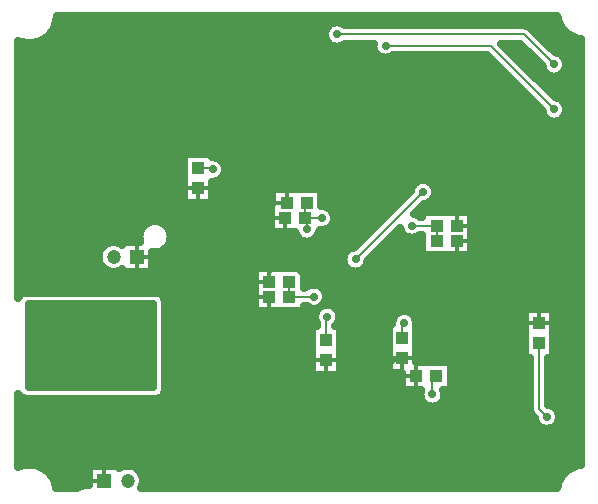
<source format=gbr>
G04 DipTrace 3.2.0.0*
G04 gimbalboard2_Bottom.gbr*
%MOMM*%
G04 #@! TF.FileFunction,Copper,L2,Bot*
G04 #@! TF.Part,Single*
G04 #@! TA.AperFunction,Conductor*
%ADD13C,0.2*%
G04 #@! TA.AperFunction,CopperBalancing*
%ADD17C,0.635*%
%ADD18C,0.33*%
%ADD21R,1.1X1.0*%
%ADD22R,1.0X1.1*%
G04 #@! TA.AperFunction,ComponentPad*
%ADD30R,1.2X1.2*%
%ADD31C,1.2*%
G04 #@! TA.AperFunction,ViaPad*
%ADD46C,0.7*%
%FSLAX35Y35*%
G04*
G71*
G90*
G75*
G01*
G04 Bottom*
%LPD*%
X-4159250Y444500D2*
D13*
X-4170500Y455750D1*
X-4286250D1*
X-2265500Y-31750D2*
Y-158750D1*
X-3513000Y-508000D2*
Y-635000D1*
X-3365500Y158750D2*
X-3376750Y147500D1*
Y31750D1*
X-3238500D1*
X-3376750D2*
X-3365500Y20500D1*
Y-63500D1*
X-3304000Y-631750D2*
Y-635000D1*
X-3513000D1*
X-2476500Y-31750D2*
X-2265500D1*
X-2540000Y-857250D2*
X-2555000D1*
Y-985000D1*
X-3192500Y-802500D2*
X-3200000Y-810000D1*
Y-1000000D1*
X-4476750Y1079500D2*
X-4445000Y1111250D1*
X-4191000D1*
X-3714750Y1079500D2*
X-3524250D1*
X-3340500Y-520500D2*
X-3457000Y-404000D1*
X-3650000D1*
X-3683000Y-437000D1*
Y-508000D1*
X-3282000Y-858000D2*
X-3324000Y-900000D1*
Y-1181000D1*
X-3313000Y-1170000D1*
X-3200000D1*
X-2651123Y-1174750D2*
X-2555000D1*
Y-1155000D1*
X-1952623Y-15873D2*
X-1968500Y-31750D1*
X-2095500D1*
X-3429000Y365127D2*
X-3535500Y258627D1*
Y158750D1*
X-1270000Y952500D2*
X-1809750Y1492250D1*
X-2698750D1*
X-1270000Y1333500D2*
X-1524000Y1587500D1*
X-3111500D1*
X-2301873Y-1460500D2*
Y-1302000D1*
X-2269000D1*
X-1333500Y-1651000D2*
X-1397000Y-1587500D1*
Y-1027250D1*
X-2381250Y254000D2*
X-2952750Y-317500D1*
D46*
X-3238500Y31750D3*
X-3365500Y-63500D3*
X-3304000Y-631750D3*
X-2476500Y-31750D3*
X-2540000Y-857250D3*
X-3192500Y-802500D3*
X-3238500Y31750D3*
X-4476750Y1079500D3*
X-3714750D3*
X-3340500Y-520500D3*
X-3282000Y-858000D3*
X-2651123Y-1174750D3*
X-1952623Y-15873D3*
X-3429000Y365127D3*
X-1270000Y952500D3*
X-2698750Y1492250D3*
X-1270000Y1333500D3*
X-3111500Y1587500D3*
X-2381250Y254000D3*
X-2952750Y-317500D3*
X-2095500Y1158877D3*
X-2111373Y-1603373D3*
X-5699123Y142877D3*
X-5175250Y190500D3*
X-4254500Y-2079623D3*
X-3746500D3*
X-1254123Y285750D3*
X-4254500Y-317500D3*
X-5746750Y-523873D3*
X-4540250Y-508000D3*
Y-857250D3*
Y-1206500D3*
Y-1555750D3*
X-1333500Y-1651000D3*
X-2301873Y-1460500D3*
X-4159250Y444500D3*
X-5524500Y-730250D3*
Y-857250D3*
Y-984250D3*
Y-1111250D3*
Y-1238250D3*
Y-1365250D3*
X-5683250D3*
Y-1238250D3*
Y-1111250D3*
Y-984250D3*
Y-857250D3*
Y-730250D3*
X-4699000D3*
Y-857250D3*
Y-984250D3*
Y-1111250D3*
Y-1238250D3*
Y-1365250D3*
X-3873500Y-31750D3*
Y317500D3*
X-1301750Y-1397000D3*
X-1127123Y-31750D3*
X-1270000Y1206500D3*
X-3111500Y365127D3*
X-5708603Y-761667D2*
D17*
X-4673583D1*
X-5708603Y-824833D2*
X-4673583D1*
X-5708603Y-888000D2*
X-4673583D1*
X-5708603Y-951167D2*
X-4673583D1*
X-5708603Y-1014333D2*
X-4673583D1*
X-5708603Y-1077500D2*
X-4673583D1*
X-5708603Y-1140667D2*
X-4673583D1*
X-5708603Y-1203833D2*
X-4673583D1*
X-5708603Y-1267000D2*
X-4673583D1*
X-5708603Y-1330167D2*
X-4673583D1*
X-5708603Y-1393333D2*
X-4673583D1*
X-4667310Y-698500D2*
X-5714940D1*
X-5715000Y-1397053D1*
X-4667310Y-1397000D1*
X-4667250Y-698580D1*
X-5485300Y1683083D2*
X-3154277D1*
X-3068750D2*
X-1234107D1*
X-5513920Y1619917D2*
X-3214887D1*
X-1440793D2*
X-1192270D1*
X-5574623Y1556750D2*
X-3215433D1*
X-1377630D2*
X-1092467D1*
X-5803853Y1493583D2*
X-3158377D1*
X-3064650D2*
X-2807373D1*
X-1695457D2*
X-1545733D1*
X-1314467D2*
X-1054093D1*
X-5803853Y1430417D2*
X-2786593D1*
X-1632293D2*
X-1482570D1*
X-1230977D2*
X-1054093D1*
X-5803853Y1367250D2*
X-1800397D1*
X-1569127D2*
X-1419407D1*
X-1167083D2*
X-1054093D1*
X-5803853Y1304083D2*
X-1737230D1*
X-1505963D2*
X-1374290D1*
X-1165717D2*
X-1054093D1*
X-5803853Y1240917D2*
X-1674067D1*
X-1442800D2*
X-1319873D1*
X-1220130D2*
X-1054093D1*
X-5803853Y1177750D2*
X-1610903D1*
X-1379637D2*
X-1054093D1*
X-5803853Y1114583D2*
X-1547740D1*
X-1316470D2*
X-1054093D1*
X-5803853Y1051417D2*
X-1484577D1*
X-1237630D2*
X-1054093D1*
X-5803853Y988250D2*
X-1421410D1*
X-1167813D2*
X-1054093D1*
X-5803853Y925083D2*
X-1374927D1*
X-1165080D2*
X-1054093D1*
X-5803853Y861917D2*
X-1323887D1*
X-1216120D2*
X-1054093D1*
X-5803853Y798750D2*
X-1054093D1*
X-5803853Y735583D2*
X-1054093D1*
X-5803853Y672417D2*
X-1054093D1*
X-5803853Y609250D2*
X-1054093D1*
X-5803853Y546083D2*
X-4409900D1*
X-4140900D2*
X-1054093D1*
X-5803853Y482917D2*
X-4409900D1*
X-4058137D2*
X-1054093D1*
X-5803853Y419750D2*
X-4409900D1*
X-4053673D2*
X-1054093D1*
X-5803853Y356583D2*
X-4409900D1*
X-4100613D2*
X-1054093D1*
X-5803853Y293417D2*
X-4409900D1*
X-4162590D2*
X-2481983D1*
X-2280520D2*
X-1054093D1*
X-5803853Y230250D2*
X-4409900D1*
X-4162590D2*
X-3664147D1*
X-3236823D2*
X-2520630D1*
X-2275417D2*
X-1054093D1*
X-5803853Y167083D2*
X-4409900D1*
X-4162590D2*
X-3664147D1*
X-3236823D2*
X-2583793D1*
X-2320990D2*
X-1054093D1*
X-5803853Y103917D2*
X-3675357D1*
X-3159623D2*
X-2646957D1*
X-2415690D2*
X-1054093D1*
X-5803853Y40750D2*
X-3675357D1*
X-3130273D2*
X-2710123D1*
X-1966887D2*
X-1054093D1*
X-5803853Y-22417D2*
X-4739210D1*
X-4560717D2*
X-3675357D1*
X-3145403D2*
X-2773287D1*
X-1966887D2*
X-1054093D1*
X-5803853Y-85583D2*
X-4782323D1*
X-4517697D2*
X-3471737D1*
X-3259247D2*
X-2836450D1*
X-2605183D2*
X-2569850D1*
X-1966887D2*
X-1054093D1*
X-5803853Y-148750D2*
X-4786333D1*
X-4513687D2*
X-3428350D1*
X-3302630D2*
X-2899613D1*
X-2668347D2*
X-2394120D1*
X-1966887D2*
X-1054093D1*
X-5803853Y-211917D2*
X-5102610D1*
X-4543947D2*
X-2962780D1*
X-2731510D2*
X-2394120D1*
X-1966887D2*
X-1054093D1*
X-5803853Y-275083D2*
X-5132050D1*
X-4666353D2*
X-3052193D1*
X-2794673D2*
X-2394120D1*
X-1966887D2*
X-1054093D1*
X-5803853Y-338250D2*
X-5126123D1*
X-4666353D2*
X-3059303D1*
X-2846263D2*
X-1054093D1*
X-5803853Y-401417D2*
X-5076540D1*
X-4666353D2*
X-3811620D1*
X-3384387D2*
X-3017557D1*
X-2887917D2*
X-1054093D1*
X-5803853Y-464583D2*
X-3811620D1*
X-3384387D2*
X-1054093D1*
X-5803853Y-527750D2*
X-3811620D1*
X-3384387D2*
X-1054093D1*
X-5803853Y-590917D2*
X-3811620D1*
X-3203830D2*
X-1054093D1*
X-4563087Y-654083D2*
X-3811620D1*
X-3197813D2*
X-1054093D1*
X-4561900Y-717250D2*
X-3811620D1*
X-3129637D2*
X-1054093D1*
X-4561900Y-780417D2*
X-3298743D1*
X-3086250D2*
X-2613873D1*
X-2466093D2*
X-1520670D1*
X-1273360D2*
X-1054093D1*
X-4561900Y-843583D2*
X-3292543D1*
X-3092447D2*
X-2647687D1*
X-2432280D2*
X-1520670D1*
X-1273360D2*
X-1054093D1*
X-4561900Y-906750D2*
X-3323623D1*
X-3076317D2*
X-2678677D1*
X-2431367D2*
X-1520670D1*
X-1273360D2*
X-1054093D1*
X-4561900Y-969917D2*
X-3323623D1*
X-3076317D2*
X-2678677D1*
X-2431367D2*
X-1520670D1*
X-1273360D2*
X-1054093D1*
X-4561900Y-1033083D2*
X-3323623D1*
X-3076317D2*
X-2678677D1*
X-2431367D2*
X-1520670D1*
X-1273360D2*
X-1054093D1*
X-4561900Y-1096250D2*
X-3323623D1*
X-3076317D2*
X-2678677D1*
X-2431367D2*
X-1520670D1*
X-1273360D2*
X-1054093D1*
X-4561900Y-1159417D2*
X-3323623D1*
X-3076317D2*
X-2678677D1*
X-2431367D2*
X-1480657D1*
X-1313373D2*
X-1054093D1*
X-4561900Y-1222583D2*
X-3323623D1*
X-3076317D2*
X-2678677D1*
X-2140340D2*
X-1480657D1*
X-1313373D2*
X-1054093D1*
X-4561900Y-1285750D2*
X-3323623D1*
X-3076317D2*
X-2567660D1*
X-2140340D2*
X-1480657D1*
X-1313373D2*
X-1054093D1*
X-4561900Y-1348917D2*
X-2567660D1*
X-2140340D2*
X-1480657D1*
X-1313373D2*
X-1054093D1*
X-4561900Y-1412083D2*
X-2567660D1*
X-2140340D2*
X-1480657D1*
X-1313373D2*
X-1054093D1*
X-4580497Y-1475250D2*
X-2409433D1*
X-2194297D2*
X-1480657D1*
X-1313373D2*
X-1054093D1*
X-5803853Y-1538417D2*
X-2374523D1*
X-2229207D2*
X-1480657D1*
X-1313373D2*
X-1054093D1*
X-5803853Y-1601583D2*
X-1479380D1*
X-1237630D2*
X-1054093D1*
X-5803853Y-1664750D2*
X-1441190D1*
X-1225780D2*
X-1054093D1*
X-5803853Y-1727917D2*
X-1407283D1*
X-1259687D2*
X-1054093D1*
X-5803853Y-1791083D2*
X-1054093D1*
X-5803853Y-1854250D2*
X-1054093D1*
X-5803853Y-1917417D2*
X-1054093D1*
X-5803853Y-1980583D2*
X-1054093D1*
X-5803853Y-2043750D2*
X-1054093D1*
X-5561043Y-2106917D2*
X-5213623D1*
X-4777827D2*
X-1169940D1*
X-5507630Y-2170083D2*
X-5213623D1*
X-4748020D2*
X-1223443D1*
X-5482657Y-2233250D2*
X-5270863D1*
X-4753673D2*
X-1248327D1*
X-3464457Y276040D2*
X-3243210D1*
Y133943D1*
X-3230473Y133723D1*
X-3214620Y131213D1*
X-3199357Y126253D1*
X-3185053Y118967D1*
X-3172067Y109533D1*
X-3160717Y98183D1*
X-3151283Y85197D1*
X-3143997Y70893D1*
X-3139037Y55630D1*
X-3136527Y39777D1*
Y23723D1*
X-3139037Y7870D1*
X-3143997Y-7393D1*
X-3151283Y-21697D1*
X-3160717Y-34683D1*
X-3172067Y-46033D1*
X-3185053Y-55467D1*
X-3199357Y-62753D1*
X-3214620Y-67713D1*
X-3230473Y-70223D1*
X-3246527D1*
X-3254470Y-69283D1*
X-3254460Y-85540D1*
X-3265670D1*
X-3270997Y-102643D1*
X-3278283Y-116947D1*
X-3287717Y-129933D1*
X-3299067Y-141283D1*
X-3312053Y-150717D1*
X-3326357Y-158003D1*
X-3341620Y-162963D1*
X-3357473Y-165473D1*
X-3373527D1*
X-3389380Y-162963D1*
X-3404643Y-158003D1*
X-3418947Y-150717D1*
X-3431933Y-141283D1*
X-3443283Y-129933D1*
X-3452717Y-116947D1*
X-3460003Y-102643D1*
X-3465323Y-85563D1*
X-3669040Y-85540D1*
Y149040D1*
X-3657793D1*
X-3657790Y276040D1*
X-3464457D1*
X-3293957Y-877710D2*
X-3277277D1*
X-3277290Y-859727D1*
X-3283640Y-848940D1*
X-3289783Y-834110D1*
X-3293530Y-818503D1*
X-3294790Y-802500D1*
X-3293530Y-786497D1*
X-3289783Y-770890D1*
X-3283640Y-756060D1*
X-3275253Y-742377D1*
X-3264830Y-730170D1*
X-3254670Y-721357D1*
X-3272390Y-729033D1*
X-3287997Y-732780D1*
X-3304000Y-734040D1*
X-3320003Y-732780D1*
X-3335610Y-729033D1*
X-3350440Y-722890D1*
X-3364123Y-714503D1*
X-3366910Y-712310D1*
X-3390680Y-712290D1*
X-3390710Y-752290D1*
X-3805290D1*
Y-390710D1*
X-3390710D1*
Y-557723D1*
X-3370433Y-553967D1*
X-3357447Y-544533D1*
X-3343143Y-537247D1*
X-3327880Y-532287D1*
X-3312027Y-529777D1*
X-3295973D1*
X-3280120Y-532287D1*
X-3264857Y-537247D1*
X-3250553Y-544533D1*
X-3237567Y-553967D1*
X-3226217Y-565317D1*
X-3216783Y-578303D1*
X-3209497Y-592607D1*
X-3204537Y-607870D1*
X-3202027Y-623723D1*
Y-639777D1*
X-3204537Y-655630D1*
X-3209497Y-670893D1*
X-3216783Y-685197D1*
X-3226217Y-698183D1*
X-3237567Y-709533D1*
X-3241830Y-712893D1*
X-3224110Y-705217D1*
X-3208503Y-701470D1*
X-3192500Y-700210D1*
X-3176497Y-701470D1*
X-3160890Y-705217D1*
X-3146060Y-711360D1*
X-3132377Y-719747D1*
X-3120170Y-730170D1*
X-3109747Y-742377D1*
X-3101360Y-756060D1*
X-3095217Y-770890D1*
X-3091470Y-786497D1*
X-3090210Y-802500D1*
X-3091470Y-818503D1*
X-3095217Y-834110D1*
X-3101360Y-848940D1*
X-3109747Y-862623D1*
X-3120170Y-874830D1*
X-3122727Y-877193D1*
X-3082710Y-877710D1*
Y-1292290D1*
X-3317290D1*
Y-877710D1*
X-3293957D1*
X-2213123Y85540D2*
X-1973210D1*
Y-276040D1*
X-2387790D1*
Y-109027D1*
X-2410067Y-109533D1*
X-2423053Y-118967D1*
X-2437357Y-126253D1*
X-2452620Y-131213D1*
X-2468473Y-133723D1*
X-2484527D1*
X-2500380Y-131213D1*
X-2515643Y-126253D1*
X-2529947Y-118967D1*
X-2542933Y-109533D1*
X-2554283Y-98183D1*
X-2563717Y-85197D1*
X-2571003Y-70893D1*
X-2575963Y-55630D1*
X-2576900Y-50920D1*
X-2850777Y-325527D1*
X-2853287Y-341380D1*
X-2858247Y-356643D1*
X-2865533Y-370947D1*
X-2874967Y-383933D1*
X-2886317Y-395283D1*
X-2899303Y-404717D1*
X-2913607Y-412003D1*
X-2928870Y-416963D1*
X-2944723Y-419473D1*
X-2960777D1*
X-2976630Y-416963D1*
X-2991893Y-412003D1*
X-3006197Y-404717D1*
X-3019183Y-395283D1*
X-3030533Y-383933D1*
X-3039967Y-370947D1*
X-3047253Y-356643D1*
X-3052213Y-341380D1*
X-3054723Y-325527D1*
Y-309473D1*
X-3052213Y-293620D1*
X-3047253Y-278357D1*
X-3039967Y-264053D1*
X-3030533Y-251067D1*
X-3019183Y-239717D1*
X-3006197Y-230283D1*
X-2991893Y-222997D1*
X-2976630Y-218037D1*
X-2960053Y-215497D1*
X-2483223Y262027D1*
X-2480713Y277880D1*
X-2475753Y293143D1*
X-2468467Y307447D1*
X-2459033Y320433D1*
X-2447683Y331783D1*
X-2434697Y341217D1*
X-2420393Y348503D1*
X-2405130Y353463D1*
X-2389277Y355973D1*
X-2373223D1*
X-2357370Y353463D1*
X-2342107Y348503D1*
X-2327803Y341217D1*
X-2314817Y331783D1*
X-2303467Y320433D1*
X-2294033Y307447D1*
X-2286747Y293143D1*
X-2281787Y277880D1*
X-2279277Y262027D1*
Y245973D1*
X-2281787Y230120D1*
X-2286747Y214857D1*
X-2294033Y200553D1*
X-2303467Y187567D1*
X-2314817Y176217D1*
X-2327803Y166783D1*
X-2342107Y159497D1*
X-2357370Y154537D1*
X-2373947Y151997D1*
X-2457237Y68707D1*
X-2444890Y65533D1*
X-2430060Y59390D1*
X-2416377Y51003D1*
X-2409537Y45543D1*
X-2387817Y45540D1*
X-2387790Y85540D1*
X-2213123D1*
X-2648957Y-862710D2*
X-2642120D1*
X-2641973Y-849223D1*
X-2639463Y-833370D1*
X-2634503Y-818107D1*
X-2627217Y-803803D1*
X-2617783Y-790817D1*
X-2606433Y-779467D1*
X-2593447Y-770033D1*
X-2579143Y-762747D1*
X-2563880Y-757787D1*
X-2548027Y-755277D1*
X-2531973D1*
X-2516120Y-757787D1*
X-2500857Y-762747D1*
X-2486553Y-770033D1*
X-2473567Y-779467D1*
X-2462217Y-790817D1*
X-2452783Y-803803D1*
X-2445497Y-818107D1*
X-2440537Y-833370D1*
X-2438027Y-849223D1*
X-2437710Y-862710D1*
Y-1184723D1*
X-2146710Y-1184710D1*
Y-1419290D1*
X-2208233D1*
X-2202410Y-1436620D1*
X-2199900Y-1452473D1*
Y-1468527D1*
X-2202410Y-1484380D1*
X-2207370Y-1499643D1*
X-2214657Y-1513947D1*
X-2224090Y-1526933D1*
X-2235440Y-1538283D1*
X-2248427Y-1547717D1*
X-2262730Y-1555003D1*
X-2277993Y-1559963D1*
X-2293847Y-1562473D1*
X-2309900D1*
X-2325753Y-1559963D1*
X-2341017Y-1555003D1*
X-2355320Y-1547717D1*
X-2368307Y-1538283D1*
X-2379657Y-1526933D1*
X-2389090Y-1513947D1*
X-2396377Y-1499643D1*
X-2401337Y-1484380D1*
X-2403847Y-1468527D1*
Y-1452473D1*
X-2401337Y-1436620D1*
X-2395417Y-1419277D1*
X-2561290Y-1419290D1*
Y-1277303D1*
X-2672290Y-1277290D1*
Y-862710D1*
X-2648957D1*
X-4168960Y333463D2*
Y163460D1*
X-4403540D1*
Y578040D1*
X-4168960D1*
Y546413D1*
X-4151223Y546473D1*
X-4135370Y543963D1*
X-4120107Y539003D1*
X-4105803Y531717D1*
X-4092817Y522283D1*
X-4081467Y510933D1*
X-4072033Y497947D1*
X-4064747Y483643D1*
X-4059787Y468380D1*
X-4057277Y452527D1*
Y436473D1*
X-4059787Y420620D1*
X-4064747Y405357D1*
X-4072033Y391053D1*
X-4081467Y378067D1*
X-4092817Y366717D1*
X-4105803Y357283D1*
X-4120107Y349997D1*
X-4135370Y345037D1*
X-4151223Y342527D1*
X-4168990Y342727D1*
X-4169050Y333460D1*
X-5202623Y-2063460D2*
X-4952710D1*
Y-2086267D1*
X-4937790Y-2077333D1*
X-4919333Y-2069690D1*
X-4899913Y-2065027D1*
X-4880000Y-2063460D1*
X-4860087Y-2065027D1*
X-4840667Y-2069690D1*
X-4822210Y-2077333D1*
X-4805180Y-2087770D1*
X-4789993Y-2100743D1*
X-4777020Y-2115930D1*
X-4766583Y-2132960D1*
X-4758940Y-2151417D1*
X-4754277Y-2170837D1*
X-4752710Y-2190750D1*
X-4754277Y-2210663D1*
X-4758940Y-2230083D1*
X-4766583Y-2248540D1*
X-4769770Y-2254227D1*
X-1245970Y-2254250D1*
X-1241670Y-2231820D1*
X-1236723Y-2214283D1*
X-1230417Y-2197187D1*
X-1222787Y-2180637D1*
X-1213883Y-2164737D1*
X-1203760Y-2149583D1*
X-1192477Y-2135273D1*
X-1180107Y-2121893D1*
X-1166727Y-2109523D1*
X-1152417Y-2098240D1*
X-1137263Y-2088117D1*
X-1121363Y-2079213D1*
X-1104813Y-2071583D1*
X-1087717Y-2065277D1*
X-1070180Y-2060330D1*
X-1047710Y-2056230D1*
X-1047750Y1548050D1*
X-1070180Y1552330D1*
X-1087717Y1557277D1*
X-1104813Y1563583D1*
X-1121363Y1571213D1*
X-1137263Y1580117D1*
X-1152417Y1590240D1*
X-1166727Y1601523D1*
X-1180107Y1613893D1*
X-1192477Y1627273D1*
X-1203760Y1641583D1*
X-1213883Y1656737D1*
X-1222787Y1672637D1*
X-1230417Y1689187D1*
X-1236723Y1706283D1*
X-1241670Y1723820D1*
X-1245770Y1746290D1*
X-5482967Y1746250D1*
X-5483633Y1728040D1*
X-5485773Y1709943D1*
X-5489330Y1692070D1*
X-5494277Y1674533D1*
X-5500583Y1657437D1*
X-5508213Y1640887D1*
X-5517117Y1624987D1*
X-5527240Y1609833D1*
X-5538523Y1595523D1*
X-5550893Y1582143D1*
X-5564273Y1569773D1*
X-5578583Y1558490D1*
X-5593737Y1548367D1*
X-5609637Y1539463D1*
X-5626187Y1531833D1*
X-5643283Y1525527D1*
X-5660820Y1520580D1*
X-5678693Y1517023D1*
X-5696790Y1514883D1*
X-5715000Y1514167D1*
X-5733210Y1514883D1*
X-5751307Y1517023D1*
X-5769180Y1520580D1*
X-5786717Y1525527D1*
X-5810213Y1534783D1*
X-5810250Y-644567D1*
X-5804123Y-631590D1*
X-5797917Y-623050D1*
X-5790450Y-615583D1*
X-5781910Y-609377D1*
X-5772500Y-604583D1*
X-5762460Y-601320D1*
X-5752030Y-599667D1*
X-5466750Y-599460D1*
X-4630220Y-599667D1*
X-4619790Y-601320D1*
X-4609750Y-604583D1*
X-4600340Y-609377D1*
X-4591800Y-615583D1*
X-4584333Y-623050D1*
X-4578127Y-631590D1*
X-4573333Y-641000D1*
X-4570070Y-651040D1*
X-4568417Y-661470D1*
X-4568210Y-946750D1*
X-4568417Y-1434030D1*
X-4570070Y-1444460D1*
X-4573333Y-1454500D1*
X-4578127Y-1463910D1*
X-4584333Y-1472450D1*
X-4591800Y-1479917D1*
X-4600340Y-1486123D1*
X-4609750Y-1490917D1*
X-4619790Y-1494180D1*
X-4630220Y-1495833D1*
X-4915500Y-1496040D1*
X-5752030Y-1495833D1*
X-5762460Y-1494180D1*
X-5772500Y-1490917D1*
X-5781910Y-1486123D1*
X-5790450Y-1479917D1*
X-5797917Y-1472450D1*
X-5804123Y-1463910D1*
X-5808927Y-1454480D1*
X-5810250Y-1465333D1*
Y-2074280D1*
X-5786717Y-2065277D1*
X-5769180Y-2060330D1*
X-5751307Y-2056773D1*
X-5733210Y-2054633D1*
X-5715000Y-2053917D1*
X-5696790Y-2054633D1*
X-5678693Y-2056773D1*
X-5660820Y-2060330D1*
X-5643283Y-2065277D1*
X-5626187Y-2071583D1*
X-5609637Y-2079213D1*
X-5593737Y-2088117D1*
X-5578583Y-2098240D1*
X-5564273Y-2109523D1*
X-5550893Y-2121893D1*
X-5538523Y-2135273D1*
X-5527240Y-2149583D1*
X-5517117Y-2164737D1*
X-5508213Y-2180637D1*
X-5500583Y-2197187D1*
X-5494277Y-2214283D1*
X-5489330Y-2231820D1*
X-5485230Y-2254290D1*
X-5307637Y-2253893D1*
X-5289963Y-2243063D1*
X-5270817Y-2235130D1*
X-5250663Y-2230293D1*
X-5230000Y-2228667D1*
X-5209337Y-2230293D1*
X-5207310Y-2230697D1*
X-5207290Y-2063460D1*
X-5202623D1*
X-4922623Y-167960D2*
X-4774983D1*
X-4780457Y-145913D1*
X-4782083Y-125250D1*
X-4780457Y-104587D1*
X-4775620Y-84433D1*
X-4767687Y-65287D1*
X-4756857Y-47613D1*
X-4743397Y-31853D1*
X-4727637Y-18393D1*
X-4709963Y-7563D1*
X-4690817Y370D1*
X-4670663Y5207D1*
X-4650000Y6833D1*
X-4629337Y5207D1*
X-4609183Y370D1*
X-4590037Y-7563D1*
X-4572363Y-18393D1*
X-4556603Y-31853D1*
X-4543143Y-47613D1*
X-4532313Y-65287D1*
X-4524380Y-84433D1*
X-4519543Y-104587D1*
X-4517917Y-125250D1*
X-4519543Y-145913D1*
X-4524380Y-166067D1*
X-4532313Y-185213D1*
X-4543143Y-202887D1*
X-4556603Y-218647D1*
X-4572363Y-232107D1*
X-4590037Y-242937D1*
X-4609183Y-250870D1*
X-4629337Y-255707D1*
X-4650000Y-257333D1*
X-4670663Y-255707D1*
X-4672690Y-255303D1*
X-4672710Y-422540D1*
X-4927290D1*
Y-399737D1*
X-4942210Y-408667D1*
X-4960667Y-416310D1*
X-4980087Y-420973D1*
X-5000000Y-422540D1*
X-5019913Y-420973D1*
X-5039333Y-416310D1*
X-5057790Y-408667D1*
X-5074820Y-398230D1*
X-5090007Y-385257D1*
X-5102980Y-370070D1*
X-5113417Y-353040D1*
X-5121060Y-334583D1*
X-5125723Y-315163D1*
X-5127290Y-295250D1*
X-5125723Y-275337D1*
X-5121060Y-255917D1*
X-5113417Y-237460D1*
X-5102980Y-220430D1*
X-5090007Y-205243D1*
X-5074820Y-192270D1*
X-5057790Y-181833D1*
X-5039333Y-174190D1*
X-5019913Y-169527D1*
X-5000000Y-167960D1*
X-4980087Y-169527D1*
X-4960667Y-174190D1*
X-4942210Y-181833D1*
X-4927290Y-190860D1*
Y-167960D1*
X-4922623D1*
X-1509623Y-734960D2*
X-1279710D1*
Y-1149540D1*
X-1319723D1*
X-1319710Y-1549607D1*
X-1301890Y-1553717D1*
X-1287060Y-1559860D1*
X-1273377Y-1568247D1*
X-1261170Y-1578670D1*
X-1250747Y-1590877D1*
X-1242360Y-1604560D1*
X-1236217Y-1619390D1*
X-1232470Y-1634997D1*
X-1231210Y-1651000D1*
X-1232470Y-1667003D1*
X-1236217Y-1682610D1*
X-1242360Y-1697440D1*
X-1250747Y-1711123D1*
X-1261170Y-1723330D1*
X-1273377Y-1733753D1*
X-1287060Y-1742140D1*
X-1301890Y-1748283D1*
X-1317497Y-1752030D1*
X-1333500Y-1753290D1*
X-1349503Y-1752030D1*
X-1365110Y-1748283D1*
X-1379940Y-1742140D1*
X-1393623Y-1733753D1*
X-1405830Y-1723330D1*
X-1416253Y-1711123D1*
X-1424640Y-1697440D1*
X-1430783Y-1682610D1*
X-1434530Y-1667003D1*
X-1435503Y-1658303D1*
X-1455773Y-1637697D1*
X-1462900Y-1627883D1*
X-1468407Y-1617077D1*
X-1472153Y-1605543D1*
X-1474053Y-1593563D1*
X-1474290Y-1400833D1*
Y-1149543D1*
X-1514290Y-1149540D1*
Y-734960D1*
X-1509623D1*
X-3243233Y133853D2*
X-3230473Y133723D1*
X-3214620Y131213D1*
X-3199357Y126253D1*
X-3185053Y118967D1*
X-3172067Y109533D1*
X-3160717Y98183D1*
X-3151283Y85197D1*
X-3143997Y70893D1*
X-3139037Y55630D1*
X-3136527Y39777D1*
Y23723D1*
X-3139037Y7870D1*
X-3143997Y-7393D1*
X-3151283Y-21697D1*
X-3160717Y-34683D1*
X-3172067Y-46033D1*
X-3185053Y-55467D1*
X-3199357Y-62753D1*
X-3214620Y-67713D1*
X-3230473Y-70223D1*
X-3246527D1*
X-3254470Y-69283D1*
X-1372023Y945217D2*
X-1841733Y1414930D1*
X-2631793Y1414960D1*
X-2645303Y1405033D1*
X-2659607Y1397747D1*
X-2674870Y1392787D1*
X-2690723Y1390277D1*
X-2706777D1*
X-2722630Y1392787D1*
X-2737893Y1397747D1*
X-2752197Y1405033D1*
X-2765183Y1414467D1*
X-2776533Y1425817D1*
X-2785967Y1438803D1*
X-2793253Y1453107D1*
X-2798213Y1468370D1*
X-2800723Y1484223D1*
Y1500277D1*
X-2799397Y1510190D1*
X-3045067Y1509717D1*
X-3058053Y1500283D1*
X-3072357Y1492997D1*
X-3087620Y1488037D1*
X-3103473Y1485527D1*
X-3119527D1*
X-3135380Y1488037D1*
X-3150643Y1492997D1*
X-3164947Y1500283D1*
X-3177933Y1509717D1*
X-3189283Y1521067D1*
X-3198717Y1534053D1*
X-3206003Y1548357D1*
X-3210963Y1563620D1*
X-3213473Y1579473D1*
Y1595527D1*
X-3210963Y1611380D1*
X-3206003Y1626643D1*
X-3198717Y1640947D1*
X-3189283Y1653933D1*
X-3177933Y1665283D1*
X-3164947Y1674717D1*
X-3150643Y1682003D1*
X-3135380Y1686963D1*
X-3119527Y1689473D1*
X-3103473D1*
X-3087620Y1686963D1*
X-3072357Y1682003D1*
X-3058053Y1674717D1*
X-3044537Y1664793D1*
X-1517937Y1664553D1*
X-1505957Y1662653D1*
X-1494423Y1658907D1*
X-1483617Y1653400D1*
X-1473803Y1646273D1*
X-1337353Y1510160D1*
X-1261973Y1435473D1*
X-1246120Y1432963D1*
X-1230857Y1428003D1*
X-1216553Y1420717D1*
X-1203567Y1411283D1*
X-1192217Y1399933D1*
X-1182783Y1386947D1*
X-1175497Y1372643D1*
X-1170537Y1357380D1*
X-1168027Y1341527D1*
Y1325473D1*
X-1170537Y1309620D1*
X-1175497Y1294357D1*
X-1182783Y1280053D1*
X-1192217Y1267067D1*
X-1203567Y1255717D1*
X-1216553Y1246283D1*
X-1230857Y1238997D1*
X-1246120Y1234037D1*
X-1261973Y1231527D1*
X-1278027D1*
X-1293880Y1234037D1*
X-1309143Y1238997D1*
X-1323447Y1246283D1*
X-1336433Y1255717D1*
X-1347783Y1267067D1*
X-1357217Y1280053D1*
X-1364503Y1294357D1*
X-1369463Y1309620D1*
X-1372003Y1326197D1*
X-1555963Y1510157D1*
X-1718413Y1510210D1*
X-1261973Y1054473D1*
X-1246120Y1051963D1*
X-1230857Y1047003D1*
X-1216553Y1039717D1*
X-1203567Y1030283D1*
X-1192217Y1018933D1*
X-1182783Y1005947D1*
X-1175497Y991643D1*
X-1170537Y976380D1*
X-1168027Y960527D1*
Y944473D1*
X-1170537Y928620D1*
X-1175497Y913357D1*
X-1182783Y899053D1*
X-1192217Y886067D1*
X-1203567Y874717D1*
X-1216553Y865283D1*
X-1230857Y857997D1*
X-1246120Y853037D1*
X-1261973Y850527D1*
X-1278027D1*
X-1293880Y853037D1*
X-1309143Y857997D1*
X-1323447Y865283D1*
X-1336433Y874717D1*
X-1347783Y886067D1*
X-1357217Y899053D1*
X-1364503Y913357D1*
X-1369463Y928620D1*
X-1372003Y945197D1*
X-3535500Y275950D2*
D18*
Y158750D1*
X-3657700D2*
X-3535500D1*
X-3546750Y31750D2*
Y-85450D1*
X-3668950Y31750D2*
X-3546750D1*
X-3200000Y-1170000D2*
Y-1292200D1*
X-3317200Y-1170000D2*
X-3082800D1*
X-2095500Y85450D2*
Y-31750D1*
X-1973300D1*
X-2095500Y-158750D2*
Y-275950D1*
Y-158750D2*
X-1973300D1*
X-2555000Y-1155000D2*
Y-1277200D1*
X-2672200Y-1155000D2*
X-2437800D1*
X-3683000Y-390800D2*
Y-508000D1*
X-3805200D2*
X-3683000D1*
Y-635000D2*
Y-752200D1*
X-3805197Y-635000D2*
X-3683000D1*
X-4286250Y285750D2*
Y163550D1*
X-4403447Y285750D2*
X-4169050D1*
X-5080000Y-2063553D2*
Y-2190750D1*
X-5207197D2*
X-5080000D1*
X-4800000Y-168053D2*
Y-422450D1*
Y-295250D2*
X-4672800D1*
X-2439000Y-1184800D2*
Y-1419200D1*
X-2561200Y-1302000D2*
X-2439000D1*
X-1397000Y-735050D2*
Y-857250D1*
X-1514200D2*
X-1279800D1*
D21*
X-3365500Y158750D3*
X-3535500D3*
X-3376750Y31750D3*
X-3546750D3*
D22*
X-3200000Y-1000000D3*
Y-1170000D3*
D21*
X-2095500Y-31750D3*
X-2265500D3*
X-2095500Y-158750D3*
X-2265500D3*
D22*
X-2555000Y-985000D3*
Y-1155000D3*
D21*
X-3683000Y-508000D3*
X-3513000D3*
X-3683000Y-635000D3*
X-3513000D3*
D22*
X-4286250Y285750D3*
Y455750D3*
D30*
X-5080000Y-2190750D3*
D31*
X-4880000D3*
D30*
X-4800000Y-295250D3*
D31*
X-5000000D3*
D21*
X-2439000Y-1302000D3*
X-2269000D3*
D22*
X-1397000Y-857250D3*
Y-1027250D3*
M02*

</source>
